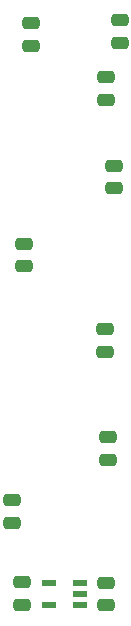
<source format=gbp>
%TF.GenerationSoftware,KiCad,Pcbnew,8.0.7*%
%TF.CreationDate,2025-01-11T10:47:47+02:00*%
%TF.ProjectId,HCP65 Device Interrupts,48435036-3520-4446-9576-69636520496e,V0*%
%TF.SameCoordinates,Original*%
%TF.FileFunction,Paste,Bot*%
%TF.FilePolarity,Positive*%
%FSLAX46Y46*%
G04 Gerber Fmt 4.6, Leading zero omitted, Abs format (unit mm)*
G04 Created by KiCad (PCBNEW 8.0.7) date 2025-01-11 10:47:47*
%MOMM*%
%LPD*%
G01*
G04 APERTURE LIST*
G04 Aperture macros list*
%AMRoundRect*
0 Rectangle with rounded corners*
0 $1 Rounding radius*
0 $2 $3 $4 $5 $6 $7 $8 $9 X,Y pos of 4 corners*
0 Add a 4 corners polygon primitive as box body*
4,1,4,$2,$3,$4,$5,$6,$7,$8,$9,$2,$3,0*
0 Add four circle primitives for the rounded corners*
1,1,$1+$1,$2,$3*
1,1,$1+$1,$4,$5*
1,1,$1+$1,$6,$7*
1,1,$1+$1,$8,$9*
0 Add four rect primitives between the rounded corners*
20,1,$1+$1,$2,$3,$4,$5,0*
20,1,$1+$1,$4,$5,$6,$7,0*
20,1,$1+$1,$6,$7,$8,$9,0*
20,1,$1+$1,$8,$9,$2,$3,0*%
G04 Aperture macros list end*
%ADD10RoundRect,0.250000X-0.475000X0.250000X-0.475000X-0.250000X0.475000X-0.250000X0.475000X0.250000X0*%
%ADD11R,1.150000X0.600000*%
%ADD12RoundRect,0.250000X0.475000X-0.250000X0.475000X0.250000X-0.475000X0.250000X-0.475000X-0.250000X0*%
G04 APERTURE END LIST*
D10*
%TO.C,C4*%
X12319000Y-966000D03*
X12319000Y934000D03*
%TD*%
%TO.C,C10*%
X11176000Y-48591000D03*
X11176000Y-46691000D03*
%TD*%
D11*
%TO.C,IC11*%
X6320000Y-46675000D03*
X6320000Y-48575000D03*
X8920000Y-48575000D03*
X8920000Y-47625000D03*
X8920000Y-46675000D03*
%TD*%
D10*
%TO.C,C12*%
X4826000Y-1220000D03*
X4826000Y680000D03*
%TD*%
%TO.C,C7*%
X4191000Y-19889000D03*
X4191000Y-17989000D03*
%TD*%
%TO.C,C5*%
X3175000Y-41606000D03*
X3175000Y-39706000D03*
%TD*%
%TO.C,C6*%
X11176000Y-5792000D03*
X11176000Y-3892000D03*
%TD*%
%TO.C,C11*%
X11049000Y-27128000D03*
X11049000Y-25228000D03*
%TD*%
%TO.C,C2*%
X11303000Y-36272000D03*
X11303000Y-34372000D03*
%TD*%
D12*
%TO.C,C9*%
X4064000Y-46659000D03*
X4064000Y-48559000D03*
%TD*%
D10*
%TO.C,C3*%
X11811000Y-13285000D03*
X11811000Y-11385000D03*
%TD*%
M02*

</source>
